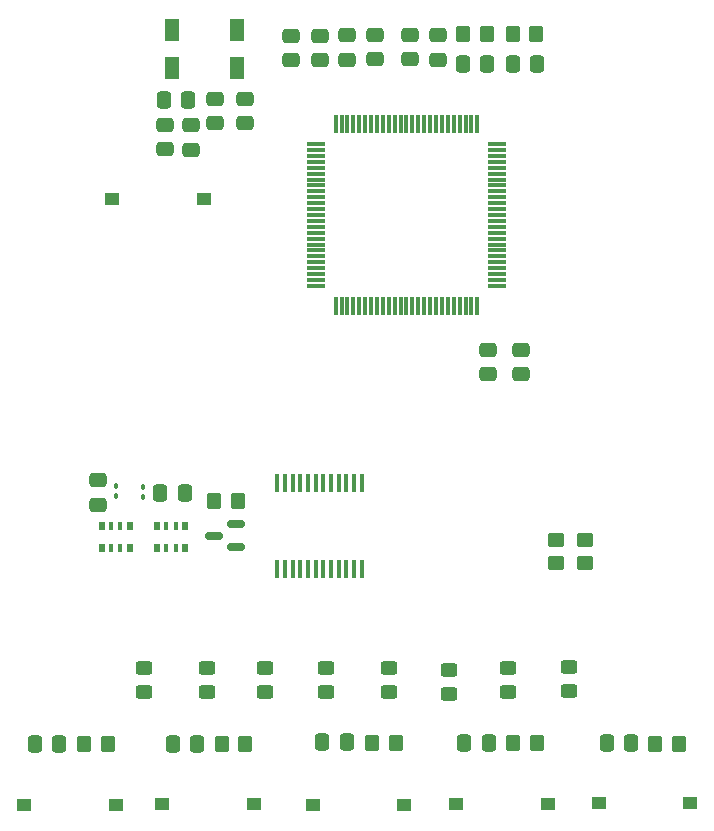
<source format=gtp>
G04 #@! TF.GenerationSoftware,KiCad,Pcbnew,7.0.5*
G04 #@! TF.CreationDate,2023-10-23T19:09:39+07:00*
G04 #@! TF.ProjectId,STM32F407VGT6,53544d33-3246-4343-9037-564754362e6b,rev?*
G04 #@! TF.SameCoordinates,Original*
G04 #@! TF.FileFunction,Paste,Top*
G04 #@! TF.FilePolarity,Positive*
%FSLAX46Y46*%
G04 Gerber Fmt 4.6, Leading zero omitted, Abs format (unit mm)*
G04 Created by KiCad (PCBNEW 7.0.5) date 2023-10-23 19:09:39*
%MOMM*%
%LPD*%
G01*
G04 APERTURE LIST*
G04 Aperture macros list*
%AMRoundRect*
0 Rectangle with rounded corners*
0 $1 Rounding radius*
0 $2 $3 $4 $5 $6 $7 $8 $9 X,Y pos of 4 corners*
0 Add a 4 corners polygon primitive as box body*
4,1,4,$2,$3,$4,$5,$6,$7,$8,$9,$2,$3,0*
0 Add four circle primitives for the rounded corners*
1,1,$1+$1,$2,$3*
1,1,$1+$1,$4,$5*
1,1,$1+$1,$6,$7*
1,1,$1+$1,$8,$9*
0 Add four rect primitives between the rounded corners*
20,1,$1+$1,$2,$3,$4,$5,0*
20,1,$1+$1,$4,$5,$6,$7,0*
20,1,$1+$1,$6,$7,$8,$9,0*
20,1,$1+$1,$8,$9,$2,$3,0*%
G04 Aperture macros list end*
%ADD10RoundRect,0.250000X0.475000X-0.337500X0.475000X0.337500X-0.475000X0.337500X-0.475000X-0.337500X0*%
%ADD11RoundRect,0.250000X0.450000X-0.325000X0.450000X0.325000X-0.450000X0.325000X-0.450000X-0.325000X0*%
%ADD12RoundRect,0.090000X0.090000X-0.139000X0.090000X0.139000X-0.090000X0.139000X-0.090000X-0.139000X0*%
%ADD13RoundRect,0.250000X-0.450000X0.350000X-0.450000X-0.350000X0.450000X-0.350000X0.450000X0.350000X0*%
%ADD14R,0.500000X0.800000*%
%ADD15R,0.400000X0.800000*%
%ADD16RoundRect,0.250000X-0.475000X0.337500X-0.475000X-0.337500X0.475000X-0.337500X0.475000X0.337500X0*%
%ADD17RoundRect,0.250000X-0.337500X-0.475000X0.337500X-0.475000X0.337500X0.475000X-0.337500X0.475000X0*%
%ADD18R,1.250000X1.000000*%
%ADD19RoundRect,0.250000X0.350000X0.450000X-0.350000X0.450000X-0.350000X-0.450000X0.350000X-0.450000X0*%
%ADD20RoundRect,0.150000X0.587500X0.150000X-0.587500X0.150000X-0.587500X-0.150000X0.587500X-0.150000X0*%
%ADD21RoundRect,0.250000X0.337500X0.475000X-0.337500X0.475000X-0.337500X-0.475000X0.337500X-0.475000X0*%
%ADD22R,0.400000X1.500000*%
%ADD23RoundRect,0.250000X-0.350000X-0.450000X0.350000X-0.450000X0.350000X0.450000X-0.350000X0.450000X0*%
%ADD24RoundRect,0.075000X-0.725000X-0.075000X0.725000X-0.075000X0.725000X0.075000X-0.725000X0.075000X0*%
%ADD25RoundRect,0.075000X-0.075000X-0.725000X0.075000X-0.725000X0.075000X0.725000X-0.075000X0.725000X0*%
%ADD26R,1.300000X1.900000*%
%ADD27RoundRect,0.090000X-0.090000X0.139000X-0.090000X-0.139000X0.090000X-0.139000X0.090000X0.139000X0*%
G04 APERTURE END LIST*
D10*
X140270000Y-78197500D03*
X140270000Y-76122500D03*
X130306000Y-110521000D03*
X130306000Y-108446000D03*
D11*
X160040000Y-126510000D03*
X160040000Y-124460000D03*
D12*
X134116000Y-109862000D03*
X134116000Y-108997000D03*
D11*
X139600000Y-126340000D03*
X139600000Y-124290000D03*
D13*
X169150000Y-113460000D03*
X169150000Y-115460000D03*
D14*
X130640000Y-114130000D03*
D15*
X131440000Y-114130000D03*
X132240000Y-114130000D03*
D14*
X133040000Y-114130000D03*
X133040000Y-112330000D03*
D15*
X132240000Y-112330000D03*
X131440000Y-112330000D03*
D14*
X130640000Y-112330000D03*
D11*
X154940000Y-126400000D03*
X154940000Y-124350000D03*
X165080000Y-126400000D03*
X165080000Y-124350000D03*
D16*
X136040000Y-78335000D03*
X136040000Y-80410000D03*
D17*
X161339000Y-130656000D03*
X163414000Y-130656000D03*
D18*
X143545000Y-135850000D03*
X135795000Y-135850000D03*
D16*
X138180000Y-78355000D03*
X138180000Y-80430000D03*
D17*
X136685000Y-130800000D03*
X138760000Y-130800000D03*
D16*
X146700000Y-70782500D03*
X146700000Y-72857500D03*
X151450000Y-70745000D03*
X151450000Y-72820000D03*
X149100000Y-70785000D03*
X149100000Y-72860000D03*
X159130000Y-70750000D03*
X159130000Y-72825000D03*
D19*
X142820000Y-130750000D03*
X140820000Y-130750000D03*
D20*
X142051000Y-112176000D03*
X142051000Y-114076000D03*
X140176000Y-113126000D03*
D19*
X131197500Y-130720000D03*
X129197500Y-130720000D03*
D18*
X160675000Y-135850000D03*
X168425000Y-135850000D03*
D10*
X163390000Y-99465000D03*
X163390000Y-97390000D03*
D11*
X134260000Y-126380000D03*
X134260000Y-124330000D03*
X144480000Y-126400000D03*
X144480000Y-124350000D03*
D21*
X167545000Y-73180000D03*
X165470000Y-73180000D03*
D17*
X124980000Y-130750000D03*
X127055000Y-130750000D03*
D11*
X149630000Y-126340000D03*
X149630000Y-124290000D03*
X170230000Y-126290000D03*
X170230000Y-124240000D03*
D18*
X131535000Y-84620000D03*
X139285000Y-84620000D03*
X172730000Y-135780000D03*
X180480000Y-135780000D03*
D19*
X167478000Y-130656000D03*
X165478000Y-130656000D03*
D22*
X145510000Y-115955000D03*
X146160000Y-115955000D03*
X146810000Y-115955000D03*
X147460000Y-115955000D03*
X148110000Y-115955000D03*
X148760000Y-115955000D03*
X149410000Y-115955000D03*
X150060000Y-115955000D03*
X150710000Y-115955000D03*
X151360000Y-115955000D03*
X152010000Y-115955000D03*
X152660000Y-115955000D03*
X152660000Y-108705000D03*
X152010000Y-108705000D03*
X151360000Y-108705000D03*
X150710000Y-108705000D03*
X150060000Y-108705000D03*
X149410000Y-108705000D03*
X148760000Y-108705000D03*
X148110000Y-108705000D03*
X147460000Y-108705000D03*
X146810000Y-108705000D03*
X146160000Y-108705000D03*
X145510000Y-108705000D03*
D10*
X166160000Y-99435000D03*
X166160000Y-97360000D03*
D23*
X161270000Y-70650000D03*
X163270000Y-70650000D03*
D16*
X156780000Y-70720000D03*
X156780000Y-72795000D03*
D24*
X148785000Y-79970000D03*
X148785000Y-80470000D03*
X148785000Y-80970000D03*
X148785000Y-81470000D03*
X148785000Y-81970000D03*
X148785000Y-82470000D03*
X148785000Y-82970000D03*
X148785000Y-83470000D03*
X148785000Y-83970000D03*
X148785000Y-84470000D03*
X148785000Y-84970000D03*
X148785000Y-85470000D03*
X148785000Y-85970000D03*
X148785000Y-86470000D03*
X148785000Y-86970000D03*
X148785000Y-87470000D03*
X148785000Y-87970000D03*
X148785000Y-88470000D03*
X148785000Y-88970000D03*
X148785000Y-89470000D03*
X148785000Y-89970000D03*
X148785000Y-90470000D03*
X148785000Y-90970000D03*
X148785000Y-91470000D03*
X148785000Y-91970000D03*
D25*
X150460000Y-93645000D03*
X150960000Y-93645000D03*
X151460000Y-93645000D03*
X151960000Y-93645000D03*
X152460000Y-93645000D03*
X152960000Y-93645000D03*
X153460000Y-93645000D03*
X153960000Y-93645000D03*
X154460000Y-93645000D03*
X154960000Y-93645000D03*
X155460000Y-93645000D03*
X155960000Y-93645000D03*
X156460000Y-93645000D03*
X156960000Y-93645000D03*
X157460000Y-93645000D03*
X157960000Y-93645000D03*
X158460000Y-93645000D03*
X158960000Y-93645000D03*
X159460000Y-93645000D03*
X159960000Y-93645000D03*
X160460000Y-93645000D03*
X160960000Y-93645000D03*
X161460000Y-93645000D03*
X161960000Y-93645000D03*
X162460000Y-93645000D03*
D24*
X164135000Y-91970000D03*
X164135000Y-91470000D03*
X164135000Y-90970000D03*
X164135000Y-90470000D03*
X164135000Y-89970000D03*
X164135000Y-89470000D03*
X164135000Y-88970000D03*
X164135000Y-88470000D03*
X164135000Y-87970000D03*
X164135000Y-87470000D03*
X164135000Y-86970000D03*
X164135000Y-86470000D03*
X164135000Y-85970000D03*
X164135000Y-85470000D03*
X164135000Y-84970000D03*
X164135000Y-84470000D03*
X164135000Y-83970000D03*
X164135000Y-83470000D03*
X164135000Y-82970000D03*
X164135000Y-82470000D03*
X164135000Y-81970000D03*
X164135000Y-81470000D03*
X164135000Y-80970000D03*
X164135000Y-80470000D03*
X164135000Y-79970000D03*
D25*
X162460000Y-78295000D03*
X161960000Y-78295000D03*
X161460000Y-78295000D03*
X160960000Y-78295000D03*
X160460000Y-78295000D03*
X159960000Y-78295000D03*
X159460000Y-78295000D03*
X158960000Y-78295000D03*
X158460000Y-78295000D03*
X157960000Y-78295000D03*
X157460000Y-78295000D03*
X156960000Y-78295000D03*
X156460000Y-78295000D03*
X155960000Y-78295000D03*
X155460000Y-78295000D03*
X154960000Y-78295000D03*
X154460000Y-78295000D03*
X153960000Y-78295000D03*
X153460000Y-78295000D03*
X152960000Y-78295000D03*
X152460000Y-78295000D03*
X151960000Y-78295000D03*
X151460000Y-78295000D03*
X150960000Y-78295000D03*
X150460000Y-78295000D03*
D23*
X140176000Y-110216000D03*
X142176000Y-110216000D03*
D26*
X136590000Y-73550000D03*
X142090000Y-73550000D03*
X142090000Y-70350000D03*
X136590000Y-70350000D03*
D17*
X149341000Y-130622000D03*
X151416000Y-130622000D03*
D19*
X179520000Y-130720000D03*
X177520000Y-130720000D03*
D13*
X171550000Y-113450000D03*
X171550000Y-115450000D03*
D19*
X155540000Y-130656000D03*
X153540000Y-130656000D03*
D10*
X142800000Y-78185000D03*
X142800000Y-76110000D03*
D18*
X124110000Y-135920000D03*
X131860000Y-135920000D03*
D14*
X135330000Y-114140000D03*
D15*
X136130000Y-114140000D03*
X136930000Y-114140000D03*
D14*
X137730000Y-114140000D03*
X137730000Y-112340000D03*
D15*
X136930000Y-112340000D03*
X136130000Y-112340000D03*
D14*
X135330000Y-112340000D03*
D19*
X167460000Y-70630000D03*
X165460000Y-70630000D03*
D16*
X153770000Y-70720000D03*
X153770000Y-72795000D03*
D18*
X148505000Y-135950000D03*
X156255000Y-135950000D03*
D27*
X131830000Y-108894000D03*
X131830000Y-109759000D03*
D17*
X173425000Y-130700000D03*
X175500000Y-130700000D03*
D21*
X137970000Y-76260000D03*
X135895000Y-76260000D03*
X163280000Y-73170000D03*
X161205000Y-73170000D03*
D17*
X135597000Y-109505000D03*
X137672000Y-109505000D03*
M02*

</source>
